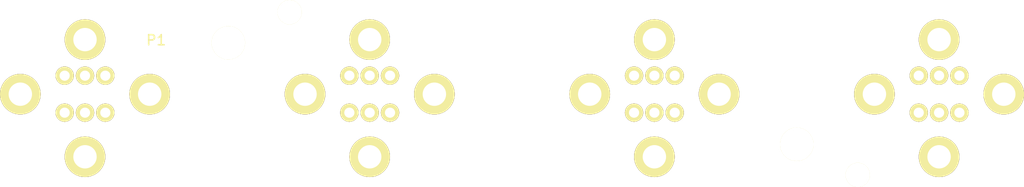
<source format=kicad_pcb>
(kicad_pcb (version 4) (host pcbnew "(2015-12-04 BZR 6347)-product")

  (general
    (links 29)
    (no_connects 29)
    (area 0 0 0 0)
    (thickness 1.6)
    (drawings 0)
    (tracks 0)
    (zones 0)
    (modules 1)
    (nets 12)
  )

  (page A4)
  (layers
    (0 F.Cu signal)
    (31 B.Cu signal)
    (32 B.Adhes user)
    (33 F.Adhes user)
    (34 B.Paste user)
    (35 F.Paste user)
    (36 B.SilkS user)
    (37 F.SilkS user)
    (38 B.Mask user)
    (39 F.Mask user)
    (40 Dwgs.User user)
    (41 Cmts.User user)
    (42 Eco1.User user)
    (43 Eco2.User user)
    (44 Edge.Cuts user)
    (45 Margin user)
    (46 B.CrtYd user)
    (47 F.CrtYd user)
    (48 B.Fab user)
    (49 F.Fab user)
  )

  (setup
    (last_trace_width 0.25)
    (trace_clearance 0.2)
    (zone_clearance 0.508)
    (zone_45_only no)
    (trace_min 0.2)
    (segment_width 0.2)
    (edge_width 0.15)
    (via_size 0.6)
    (via_drill 0.4)
    (via_min_size 0.4)
    (via_min_drill 0.3)
    (uvia_size 0.3)
    (uvia_drill 0.1)
    (uvias_allowed no)
    (uvia_min_size 0.2)
    (uvia_min_drill 0.1)
    (pcb_text_width 0.3)
    (pcb_text_size 1.5 1.5)
    (mod_edge_width 0.15)
    (mod_text_size 1 1)
    (mod_text_width 0.15)
    (pad_size 1.524 1.524)
    (pad_drill 0.762)
    (pad_to_mask_clearance 0.2)
    (aux_axis_origin 0 0)
    (visible_elements FFFFFF7F)
    (pcbplotparams
      (layerselection 0x00030_80000001)
      (usegerberextensions false)
      (excludeedgelayer true)
      (linewidth 0.100000)
      (plotframeref false)
      (viasonmask false)
      (mode 1)
      (useauxorigin false)
      (hpglpennumber 1)
      (hpglpenspeed 20)
      (hpglpendiameter 15)
      (hpglpenoverlay 2)
      (psnegative false)
      (psa4output false)
      (plotreference true)
      (plotvalue true)
      (plotinvisibletext false)
      (padsonsilk false)
      (subtractmaskfromsilk false)
      (outputformat 1)
      (mirror false)
      (drillshape 1)
      (scaleselection 1)
      (outputdirectory ""))
  )

  (net 0 "")
  (net 1 "Net-(P1-Pad10)")
  (net 2 "Net-(P1-Pad11)")
  (net 3 "Net-(P1-Pad26)")
  (net 4 "Net-(P1-Pad23)")
  (net 5 "Net-(P1-Pad1)")
  (net 6 "Net-(P1-Pad19)")
  (net 7 "Net-(P1-Pad16)")
  (net 8 "Net-(P1-Pad12)")
  (net 9 "Net-(P1-Pad9)")
  (net 10 "Net-(P1-Pad2)")
  (net 11 "Net-(P1-Pad5)")

  (net_class Default "This is the default net class."
    (clearance 0.2)
    (trace_width 0.25)
    (via_dia 0.6)
    (via_drill 0.4)
    (uvia_dia 0.3)
    (uvia_drill 0.1)
    (add_net "Net-(P1-Pad1)")
    (add_net "Net-(P1-Pad10)")
    (add_net "Net-(P1-Pad11)")
    (add_net "Net-(P1-Pad12)")
    (add_net "Net-(P1-Pad16)")
    (add_net "Net-(P1-Pad19)")
    (add_net "Net-(P1-Pad2)")
    (add_net "Net-(P1-Pad23)")
    (add_net "Net-(P1-Pad26)")
    (add_net "Net-(P1-Pad5)")
    (add_net "Net-(P1-Pad9)")
  )

  (module project:gamecube-gamepad-socket (layer F.Cu) (tedit 5691C6B7) (tstamp 5691D985)
    (at 43.942 36.068)
    (path /5691DBEC)
    (fp_text reference P1 (at 9 -3.5) (layer F.SilkS)
      (effects (font (size 1 1) (thickness 0.15)))
    )
    (fp_text value gamecube-gamepads-socket (at 16 7.5) (layer F.Fab)
      (effects (font (size 1 1) (thickness 0.15)))
    )
    (pad "" np_thru_hole circle (at 22.124 -6.261) (size 2.4 2.4) (drill 2.4) (layers *.Cu *.Mask F.SilkS))
    (pad "" np_thru_hole circle (at 78 9.792) (size 2.4 2.4) (drill 2.4) (layers *.Cu *.Mask F.SilkS))
    (pad "" np_thru_hole circle (at 72 6.768) (size 3.3 3.3) (drill 3.3) (layers *.Cu *.Mask F.SilkS))
    (pad 28 thru_hole circle (at 79.64 1.827) (size 4 4) (drill 2.3) (layers *.Cu *.Mask F.SilkS)
      (net 1 "Net-(P1-Pad10)"))
    (pad 25 thru_hole circle (at 88 3.65) (size 1.8 1.8) (drill 1) (layers *.Cu *.Mask F.SilkS)
      (net 2 "Net-(P1-Pad11)"))
    (pad 26 thru_hole circle (at 86 3.65) (size 1.8 1.8) (drill 1) (layers *.Cu *.Mask F.SilkS)
      (net 3 "Net-(P1-Pad26)"))
    (pad 27 thru_hole circle (at 84 3.65) (size 1.8 1.8) (drill 1) (layers *.Cu *.Mask F.SilkS)
      (net 1 "Net-(P1-Pad10)"))
    (pad 24 thru_hole circle (at 88 0) (size 1.8 1.8) (drill 1) (layers *.Cu *.Mask F.SilkS)
      (net 1 "Net-(P1-Pad10)"))
    (pad 23 thru_hole circle (at 86 0) (size 1.8 1.8) (drill 1) (layers *.Cu *.Mask F.SilkS)
      (net 4 "Net-(P1-Pad23)"))
    (pad 22 thru_hole circle (at 84 0) (size 1.8 1.8) (drill 1) (layers *.Cu *.Mask F.SilkS)
      (net 5 "Net-(P1-Pad1)"))
    (pad 28 thru_hole circle (at 86 -3.557) (size 4 4) (drill 2.3) (layers *.Cu *.Mask F.SilkS)
      (net 1 "Net-(P1-Pad10)"))
    (pad 28 thru_hole circle (at 92.362 1.828) (size 4 4) (drill 2.3) (layers *.Cu *.Mask F.SilkS)
      (net 1 "Net-(P1-Pad10)"))
    (pad 28 thru_hole circle (at 86 8) (size 4 4) (drill 2.3) (layers *.Cu *.Mask F.SilkS)
      (net 1 "Net-(P1-Pad10)"))
    (pad 21 thru_hole circle (at 51.64 1.827) (size 4 4) (drill 2.3) (layers *.Cu *.Mask F.SilkS)
      (net 1 "Net-(P1-Pad10)"))
    (pad 18 thru_hole circle (at 60 3.65) (size 1.8 1.8) (drill 1) (layers *.Cu *.Mask F.SilkS)
      (net 2 "Net-(P1-Pad11)"))
    (pad 19 thru_hole circle (at 58 3.65) (size 1.8 1.8) (drill 1) (layers *.Cu *.Mask F.SilkS)
      (net 6 "Net-(P1-Pad19)"))
    (pad 20 thru_hole circle (at 56 3.65) (size 1.8 1.8) (drill 1) (layers *.Cu *.Mask F.SilkS)
      (net 1 "Net-(P1-Pad10)"))
    (pad 17 thru_hole circle (at 60 0) (size 1.8 1.8) (drill 1) (layers *.Cu *.Mask F.SilkS)
      (net 1 "Net-(P1-Pad10)"))
    (pad 16 thru_hole circle (at 58 0) (size 1.8 1.8) (drill 1) (layers *.Cu *.Mask F.SilkS)
      (net 7 "Net-(P1-Pad16)"))
    (pad 15 thru_hole circle (at 56 0) (size 1.8 1.8) (drill 1) (layers *.Cu *.Mask F.SilkS)
      (net 5 "Net-(P1-Pad1)"))
    (pad 21 thru_hole circle (at 58 -3.557) (size 4 4) (drill 2.3) (layers *.Cu *.Mask F.SilkS)
      (net 1 "Net-(P1-Pad10)"))
    (pad 21 thru_hole circle (at 64.362 1.828) (size 4 4) (drill 2.3) (layers *.Cu *.Mask F.SilkS)
      (net 1 "Net-(P1-Pad10)"))
    (pad 21 thru_hole circle (at 58 8) (size 4 4) (drill 2.3) (layers *.Cu *.Mask F.SilkS)
      (net 1 "Net-(P1-Pad10)"))
    (pad 14 thru_hole circle (at 23.64 1.827) (size 4 4) (drill 2.3) (layers *.Cu *.Mask F.SilkS)
      (net 1 "Net-(P1-Pad10)"))
    (pad 11 thru_hole circle (at 32 3.65) (size 1.8 1.8) (drill 1) (layers *.Cu *.Mask F.SilkS)
      (net 2 "Net-(P1-Pad11)"))
    (pad 12 thru_hole circle (at 30 3.65) (size 1.8 1.8) (drill 1) (layers *.Cu *.Mask F.SilkS)
      (net 8 "Net-(P1-Pad12)"))
    (pad 13 thru_hole circle (at 28 3.65) (size 1.8 1.8) (drill 1) (layers *.Cu *.Mask F.SilkS)
      (net 1 "Net-(P1-Pad10)"))
    (pad 10 thru_hole circle (at 32 0) (size 1.8 1.8) (drill 1) (layers *.Cu *.Mask F.SilkS)
      (net 1 "Net-(P1-Pad10)"))
    (pad 9 thru_hole circle (at 30 0) (size 1.8 1.8) (drill 1) (layers *.Cu *.Mask F.SilkS)
      (net 9 "Net-(P1-Pad9)"))
    (pad 8 thru_hole circle (at 28 0) (size 1.8 1.8) (drill 1) (layers *.Cu *.Mask F.SilkS)
      (net 5 "Net-(P1-Pad1)"))
    (pad 14 thru_hole circle (at 30 -3.557) (size 4 4) (drill 2.3) (layers *.Cu *.Mask F.SilkS)
      (net 1 "Net-(P1-Pad10)"))
    (pad 14 thru_hole circle (at 36.362 1.828) (size 4 4) (drill 2.3) (layers *.Cu *.Mask F.SilkS)
      (net 1 "Net-(P1-Pad10)"))
    (pad 14 thru_hole circle (at 30 8) (size 4 4) (drill 2.3) (layers *.Cu *.Mask F.SilkS)
      (net 1 "Net-(P1-Pad10)"))
    (pad 7 thru_hole circle (at 2 8) (size 4 4) (drill 2.3) (layers *.Cu *.Mask F.SilkS)
      (net 1 "Net-(P1-Pad10)"))
    (pad 7 thru_hole circle (at 8.362 1.828) (size 4 4) (drill 2.3) (layers *.Cu *.Mask F.SilkS)
      (net 1 "Net-(P1-Pad10)"))
    (pad 7 thru_hole circle (at 2 -3.557) (size 4 4) (drill 2.3) (layers *.Cu *.Mask F.SilkS)
      (net 1 "Net-(P1-Pad10)"))
    (pad 1 thru_hole circle (at 0 0) (size 1.8 1.8) (drill 1) (layers *.Cu *.Mask F.SilkS)
      (net 5 "Net-(P1-Pad1)"))
    (pad 2 thru_hole circle (at 2 0) (size 1.8 1.8) (drill 1) (layers *.Cu *.Mask F.SilkS)
      (net 10 "Net-(P1-Pad2)"))
    (pad 3 thru_hole circle (at 4 0) (size 1.8 1.8) (drill 1) (layers *.Cu *.Mask F.SilkS)
      (net 1 "Net-(P1-Pad10)"))
    (pad 6 thru_hole circle (at 0 3.65) (size 1.8 1.8) (drill 1) (layers *.Cu *.Mask F.SilkS)
      (net 1 "Net-(P1-Pad10)"))
    (pad 5 thru_hole circle (at 2 3.65) (size 1.8 1.8) (drill 1) (layers *.Cu *.Mask F.SilkS)
      (net 11 "Net-(P1-Pad5)"))
    (pad 4 thru_hole circle (at 4 3.65) (size 1.8 1.8) (drill 1) (layers *.Cu *.Mask F.SilkS)
      (net 2 "Net-(P1-Pad11)"))
    (pad 7 thru_hole circle (at -4.36 1.827) (size 4 4) (drill 2.3) (layers *.Cu *.Mask F.SilkS)
      (net 1 "Net-(P1-Pad10)"))
    (pad "" np_thru_hole circle (at 16.1 -3.237) (size 3.3 3.3) (drill 3.3) (layers *.Cu *.Mask F.SilkS))
  )

)

</source>
